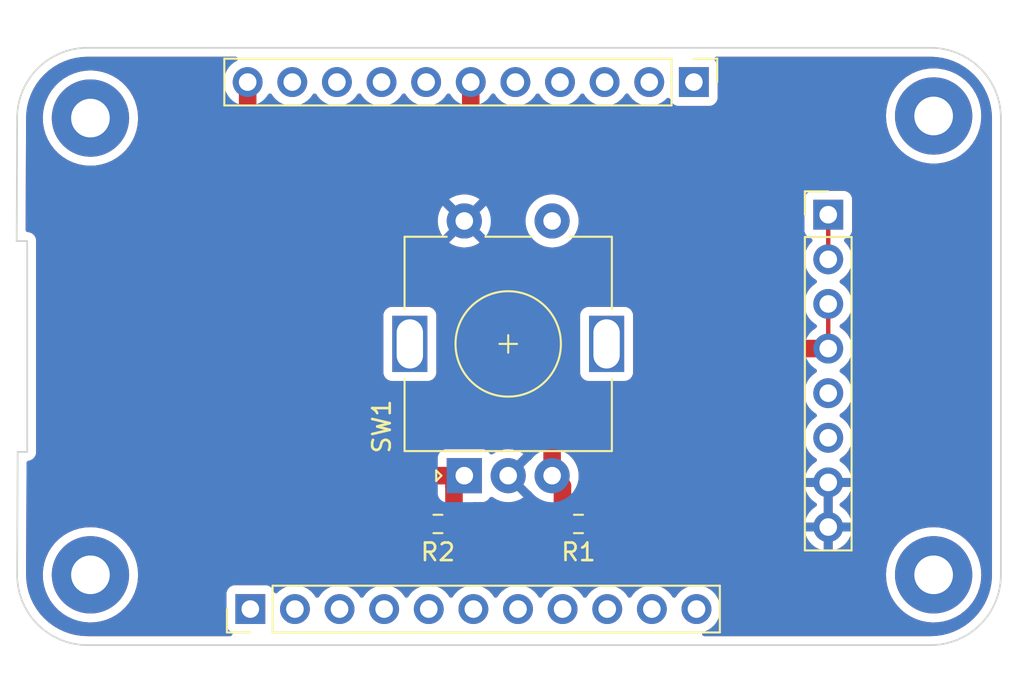
<source format=kicad_pcb>
(kicad_pcb (version 20211014) (generator pcbnew)
  (layers (0 "F.Cu" signal) (31 "B.Cu" signal) (34 "B.Paste" user) (35 "F.Paste" user) (36 "B.SilkS" user "B.Silkscreen") (37 "F.SilkS" user "F.Silkscreen") (38 "B.Mask" user) (39 "F.Mask" user) (44 "Edge.Cuts" user))
  (net 0 "")
  (net 1 "GND")
  (net 2 "/A0")
  (net 3 "/A1")
  (net 4 "/A2")
  (net 5 "VCC")
  (net 6 "/D1")
  (net 7 "/D0")
  (net 8 "/D2")
  (net 9 "/D7")
  (net 10 "/D14")
  (net 11 "/D15")
  (net 12 "/D16")
  (net 13 "/D17")
  (net 14 "/D11")
  (net 15 "/D3")
  (net 16 "/D4_A6")
  (net 17 "/D12_A10")
  (net 18 "/D6_A7")
  (net 19 "/D8")
  (net 20 "/D9_A8")
  (net 21 "/D10")
  (net 22 "/D5")
  (net 23 "/D13")
  (net 24 "/A3")
  (net 25 "/A4")
  (net 26 "/A5")
  (net 27 "+3V3")
  (footprint "Connector_PinHeader_2.54mm:PinHeader_1x11_P2.54mm_Vertical" (layer "F.Cu") (at 118.56798 50.84452 -90)
    (fp_text reference "J1")
    (fp_text value "Conn_01x11")
    (fp_line (start -1.33 0) (end -1.33 -1.33) (layer "F.SilkS") (width 0.12))
    (fp_line (start 1.33 1.27) (end 1.33 26.73) (layer "F.SilkS") (width 0.12))
    (fp_line (start -1.33 -1.33) (end 0 -1.33) (layer "F.SilkS") (width 0.12))
    (fp_line (start -1.33 1.27) (end 1.33 1.27) (layer "F.SilkS") (width 0.12))
    (fp_line (start -1.33 1.27) (end -1.33 26.73) (layer "F.SilkS") (width 0.12))
    (fp_line (start -1.33 26.73) (end 1.33 26.73) (layer "F.SilkS") (width 0.12))
    (pad "1" thru_hole rect locked (at 0 0 270) (size 1.7 1.7) (drill 1) (layers *.Cu *.Mask) (net 2 "/A0"))
    (pad "2" thru_hole oval locked (at 0 2.54 270) (size 1.7 1.7) (drill 1) (layers *.Cu *.Mask) (net 3 "/A1"))
    (pad "3" thru_hole oval locked (at 0 5.08 270) (size 1.7 1.7) (drill 1) (layers *.Cu *.Mask) (net 4 "/A2"))
    (pad "4" thru_hole oval locked (at 0 7.62 270) (size 1.7 1.7) (drill 1) (layers *.Cu *.Mask) (net 24 "/A3"))
    (pad "5" thru_hole oval locked (at 0 10.16 270) (size 1.7 1.7) (drill 1) (layers *.Cu *.Mask) (net 25 "/A4"))
    (pad "6" thru_hole oval locked (at 0 12.7 270) (size 1.7 1.7) (drill 1) (layers *.Cu *.Mask) (net 26 "/A5"))
    (pad "7" thru_hole oval locked (at 0 15.24 270) (size 1.7 1.7) (drill 1) (layers *.Cu *.Mask) (net 9 "/D7"))
    (pad "8" thru_hole oval locked (at 0 17.78 270) (size 1.7 1.7) (drill 1) (layers *.Cu *.Mask) (net 10 "/D14"))
    (pad "9" thru_hole oval locked (at 0 20.32 270) (size 1.7 1.7) (drill 1) (layers *.Cu *.Mask) (net 11 "/D15"))
    (pad "10" thru_hole oval locked (at 0 22.86 270) (size 1.7 1.7) (drill 1) (layers *.Cu *.Mask) (net 12 "/D16"))
    (pad "11" thru_hole oval locked (at 0 25.4 270) (size 1.7 1.7) (drill 1) (layers *.Cu *.Mask) (net 13 "/D17"))
  )
  (footprint "Rotary_Encoder:RotaryEncoder_Alps_EC11E-Switch_Vertical_H20mm" (layer "F.Cu") (at 105.5 73.25 90)
    (fp_text reference "SW1" (at 2.8 -4.7 90) (layer "F.SilkS"))
    (fp_text value "Rotary_Encoder_Switch")
    (fp_line (start 13.6 1.2) (end 13.6 3.8) (layer "F.SilkS") (width 0.12))
    (fp_line (start 7 2.5) (end 8 2.5) (layer "F.SilkS") (width 0.12))
    (fp_line (start 13.6 8.4) (end 9.5 8.4) (layer "F.SilkS") (width 0.12))
    (fp_line (start -0.3 -1.6) (end 0.3 -1.6) (layer "F.SilkS") (width 0.12))
    (fp_line (start 7.5 2) (end 7.5 3) (layer "F.SilkS") (width 0.12))
    (fp_line (start 9.5 -3.4) (end 13.6 -3.4) (layer "F.SilkS") (width 0.12))
    (fp_line (start 0 -1.3) (end -0.3 -1.6) (layer "F.SilkS") (width 0.12))
    (fp_line (start 5.5 -3.4) (end 1.4 -3.4) (layer "F.SilkS") (width 0.12))
    (fp_line (start 5.5 8.4) (end 1.4 8.4) (layer "F.SilkS") (width 0.12))
    (fp_line (start 0.3 -1.6) (end 0 -1.3) (layer "F.SilkS") (width 0.12))
    (fp_line (start 13.6 -3.4) (end 13.6 -1) (layer "F.SilkS") (width 0.12))
    (fp_line (start 13.6 6) (end 13.6 8.4) (layer "F.SilkS") (width 0.12))
    (fp_line (start 1.4 -3.4) (end 1.4 8.4) (layer "F.SilkS") (width 0.12))
    (fp_circle (center 7.5 2.5) (end 10.5 2.5) (layer "F.SilkS") (width 0.12) (fill none))
    (pad "A" thru_hole rect locked (at 0 0 90) (size 2 2) (drill 1) (layers *.Cu *.Mask) (net 13 "/D17"))
    (pad "B" thru_hole circle locked (at 0 5 90) (size 2 2) (drill 1) (layers *.Cu *.Mask) (net 26 "/A5"))
    (pad "C" thru_hole circle locked (at 0 2.5 90) (size 2 2) (drill 1) (layers *.Cu *.Mask) (net 1 "GND"))
    (pad "MP" thru_hole rect locked (at 7.5 8.1 90) (size 3.2 2) (drill oval 2.8 1.5) (layers *.Cu *.Mask))
    (pad "MP" thru_hole rect locked (at 7.5 -3.1 90) (size 3.2 2) (drill oval 2.8 1.5) (layers *.Cu *.Mask))
    (pad "S1" thru_hole circle locked (at 14.5 5 90) (size 2 2) (drill 1) (layers *.Cu *.Mask) (net 12 "/D16"))
    (pad "S2" thru_hole circle locked (at 14.5 0 90) (size 2 2) (drill 1) (layers *.Cu *.Mask) (net 1 "GND"))
  )
  (footprint "Connector_PinHeader_2.54mm:PinHeader_1x08_P2.54mm_Vertical" (layer "F.Cu") (at 126.21798 58.39452)
    (fp_text reference "J2")
    (fp_text value "Conn_01x08")
    (fp_line (start -1.33 0) (end -1.33 -1.33) (layer "F.SilkS") (width 0.12))
    (fp_line (start -1.33 -1.33) (end 0 -1.33) (layer "F.SilkS") (width 0.12))
    (fp_line (start 1.33 1.27) (end 1.33 19.11) (layer "F.SilkS") (width 0.12))
    (fp_line (start -1.33 1.27) (end 1.33 1.27) (layer "F.SilkS") (width 0.12))
    (fp_line (start -1.33 19.11) (end 1.33 19.11) (layer "F.SilkS") (width 0.12))
    (fp_line (start -1.33 1.27) (end -1.33 19.11) (layer "F.SilkS") (width 0.12))
    (pad "1" thru_hole rect locked (at 0 0) (size 1.7 1.7) (drill 1) (layers *.Cu *.Mask) (net 27 "+3V3"))
    (pad "2" thru_hole oval locked (at 0 2.54) (size 1.7 1.7) (drill 1) (layers *.Cu *.Mask) (net 27 "+3V3"))
    (pad "3" thru_hole oval locked (at 0 5.08) (size 1.7 1.7) (drill 1) (layers *.Cu *.Mask) (net 5 "VCC"))
    (pad "4" thru_hole oval locked (at 0 7.62) (size 1.7 1.7) (drill 1) (layers *.Cu *.Mask) (net 5 "VCC"))
    (pad "5" thru_hole oval locked (at 0 10.16) (size 1.7 1.7) (drill 1) (layers *.Cu *.Mask) (net 23 "/D13"))
    (pad "6" thru_hole oval locked (at 0 12.7) (size 1.7 1.7) (drill 1) (layers *.Cu *.Mask) (net 22 "/D5"))
    (pad "7" thru_hole oval locked (at 0 15.24) (size 1.7 1.7) (drill 1) (layers *.Cu *.Mask) (net 1 "GND"))
    (pad "8" thru_hole oval locked (at 0 17.78) (size 1.7 1.7) (drill 1) (layers *.Cu *.Mask) (net 1 "GND"))
  )
  (footprint "Resistor_SMD:R_0603_1608Metric_Pad0.98x0.95mm_HandSolder" (layer "F.Cu") (at 104 76)
    (fp_text reference "R2" (at 0 1.6) (layer "F.SilkS"))
    (fp_text value "10K")
    (fp_line (start -0.254724 0.5225) (end 0.254724 0.5225) (layer "F.SilkS") (width 0.12))
    (fp_line (start -0.254724 -0.5225) (end 0.254724 -0.5225) (layer "F.SilkS") (width 0.12))
    (pad "1" smd roundrect locked (at -0.9125 0) (size 0.975 0.95) (layers "F.Cu" "F.Paste" "F.Mask") (net 5 "VCC"))
    (pad "2" smd roundrect locked (at 0.9125 0) (size 0.975 0.95) (layers "F.Cu" "F.Paste" "F.Mask") (net 13 "/D17"))
  )
  (footprint "MountingHole:MountingHole_2.2mm_M2_Pad" (layer "F.Cu") (at 84.21798 78.89452)
    (fp_text reference "H3")
    (fp_text value "MountingHole")
    (pad "1" thru_hole circle locked (at 0 0) (size 4.4 4.4) (drill 2.2) (layers *.Cu *.Mask))
  )
  (footprint "Connector_PinHeader_2.54mm:PinHeader_1x11_P2.54mm_Vertical" (layer "F.Cu") (at 93.31798 80.84452 90)
    (fp_text reference "J3")
    (fp_text value "Conn_01x11")
    (fp_line (start -1.33 26.73) (end 1.33 26.73) (layer "F.SilkS") (width 0.12))
    (fp_line (start -1.33 0) (end -1.33 -1.33) (layer "F.SilkS") (width 0.12))
    (fp_line (start -1.33 1.27) (end -1.33 26.73) (layer "F.SilkS") (width 0.12))
    (fp_line (start 1.33 1.27) (end 1.33 26.73) (layer "F.SilkS") (width 0.12))
    (fp_line (start -1.33 1.27) (end 1.33 1.27) (layer "F.SilkS") (width 0.12))
    (fp_line (start -1.33 -1.33) (end 0 -1.33) (layer "F.SilkS") (width 0.12))
    (pad "1" thru_hole rect locked (at 0 0 90) (size 1.7 1.7) (drill 1) (layers *.Cu *.Mask) (net 14 "/D11"))
    (pad "2" thru_hole oval locked (at 0 2.54 90) (size 1.7 1.7) (drill 1) (layers *.Cu *.Mask) (net 15 "/D3"))
    (pad "3" thru_hole oval locked (at 0 5.08 90) (size 1.7 1.7) (drill 1) (layers *.Cu *.Mask) (net 8 "/D2"))
    (pad "4" thru_hole oval locked (at 0 7.62 90) (size 1.7 1.7) (drill 1) (layers *.Cu *.Mask) (net 6 "/D1"))
    (pad "5" thru_hole oval locked (at 0 10.16 90) (size 1.7 1.7) (drill 1) (layers *.Cu *.Mask) (net 7 "/D0"))
    (pad "6" thru_hole oval locked (at 0 12.7 90) (size 1.7 1.7) (drill 1) (layers *.Cu *.Mask) (net 16 "/D4_A6"))
    (pad "7" thru_hole oval locked (at 0 15.24 90) (size 1.7 1.7) (drill 1) (layers *.Cu *.Mask) (net 17 "/D12_A10"))
    (pad "8" thru_hole oval locked (at 0 17.78 90) (size 1.7 1.7) (drill 1) (layers *.Cu *.Mask) (net 18 "/D6_A7"))
    (pad "9" thru_hole oval locked (at 0 20.32 90) (size 1.7 1.7) (drill 1) (layers *.Cu *.Mask) (net 19 "/D8"))
    (pad "10" thru_hole oval locked (at 0 22.86 90) (size 1.7 1.7) (drill 1) (layers *.Cu *.Mask) (net 20 "/D9_A8"))
    (pad "11" thru_hole oval locked (at 0 25.4 90) (size 1.7 1.7) (drill 1) (layers *.Cu *.Mask) (net 21 "/D10"))
  )
  (footprint "MountingHole:MountingHole_2.2mm_M2_Pad" (layer "F.Cu") (at 132.21798 52.77452)
    (fp_text reference "H2")
    (fp_text value "MountingHole")
    (pad "1" thru_hole circle locked (at 0 0) (size 4.4 4.4) (drill 2.2) (layers *.Cu *.Mask))
  )
  (footprint "MountingHole:MountingHole_2.2mm_M2_Pad" (layer "F.Cu") (at 132.21798 78.89452)
    (fp_text reference "H4")
    (fp_text value "MountingHole")
    (pad "1" thru_hole circle locked (at 0 0) (size 4.4 4.4) (drill 2.2) (layers *.Cu *.Mask))
  )
  (footprint "Resistor_SMD:R_0603_1608Metric_Pad0.98x0.95mm_HandSolder" (layer "F.Cu") (at 112 76 180)
    (fp_text reference "R1" (at 0 -1.6) (layer "F.SilkS"))
    (fp_text value "10K")
    (fp_line (start -0.254724 -0.5225) (end 0.254724 -0.5225) (layer "F.SilkS") (width 0.12))
    (fp_line (start -0.254724 0.5225) (end 0.254724 0.5225) (layer "F.SilkS") (width 0.12))
    (pad "1" smd roundrect locked (at -0.9125 0 180) (size 0.975 0.95) (layers "F.Cu" "F.Paste" "F.Mask") (net 5 "VCC"))
    (pad "2" smd roundrect locked (at 0.9125 0 180) (size 0.975 0.95) (layers "F.Cu" "F.Paste" "F.Mask") (net 26 "/A5"))
  )
  (footprint "MountingHole:MountingHole_2.2mm_M2_Pad" (layer "F.Cu") (at 84.21798 52.89452)
    (fp_text reference "H1")
    (fp_text value "MountingHole")
    (pad "1" thru_hole circle locked (at 0 0) (size 4.4 4.4) (drill 2.2) (layers *.Cu *.Mask))
  )
  (gr_arc (start 80.046407 52.89452) (mid 81.21798 50.066093) (end 84.046407 48.89452) (layer "Edge.Cuts") (width 0.1))
  (gr_arc (start 136.046407 78.89452) (mid 134.874834 81.722947) (end 132.046407 82.89452) (layer "Edge.Cuts") (width 0.1))
  (gr_line (start 80.61798 59.89452) (end 80.01798 59.89452) (layer "Edge.Cuts") (width 0.1))
  (gr_line (start 80.046407 52.89452) (end 80.01798 59.89452) (layer "Edge.Cuts") (width 0.1))
  (gr_line (start 80.61798 71.89452) (end 80.61798 59.89452) (layer "Edge.Cuts") (width 0.1))
  (gr_line (start 132.046407 82.89452) (end 84.046407 82.89452) (layer "Edge.Cuts") (width 0.1))
  (gr_line (start 80.074834 71.89452) (end 80.046407 78.89452) (layer "Edge.Cuts") (width 0.1))
  (gr_arc (start 132.046407 48.89452) (mid 134.874834 50.066093) (end 136.046407 52.89452) (layer "Edge.Cuts") (width 0.1))
  (gr_line (start 136.046407 78.89452) (end 136.046407 52.89452) (layer "Edge.Cuts") (width 0.1))
  (gr_line (start 80.074834 71.89452) (end 80.61798 71.89452) (layer "Edge.Cuts") (width 0.1))
  (gr_arc (start 84.046407 82.89452) (mid 81.21798 81.722947) (end 80.046407 78.89452) (layer "Edge.Cuts") (width 0.1))
  (gr_line (start 132.046407 48.89452) (end 84.046407 48.89452) (layer "Edge.Cuts") (width 0.1))
  (segment (start 110.9125 78) (end 105.0875 78) (width 1) (layer "F.Cu") (net 5))
  (segment (start 112.9125 76) (end 110.9125 78) (width 1) (layer "F.Cu") (net 5))
  (segment (start 112.9125 76) (end 117 76) (width 1) (layer "F.Cu") (net 5))
  (segment (start 120 69) (end 122.98548 66.01452) (width 1) (layer "F.Cu") (net 5))
  (segment (start 117 76) (end 120 73) (width 1) (layer "F.Cu") (net 5))
  (segment (start 122.98548 66.01452) (end 126.21798 66.01452) (width 1) (layer "F.Cu") (net 5))
  (segment (start 120 73) (end 120 69) (width 1) (layer "F.Cu") (net 5))
  (segment (start 126.21798 63.47452) (end 126.21798 66.01452) (width 0.25) (layer "F.Cu") (net 5))
  (segment (start 105.0875 78) (end 103.0875 76) (width 1) (layer "F.Cu") (net 5))
  (segment (start 104.9125 73.8375) (end 105.5 73.25) (width 1) (layer "F.Cu") (net 13))
  (segment (start 105.5 73.25) (end 97.25 73.25) (width 1) (layer "F.Cu") (net 13))
  (segment (start 104.9125 76) (end 104.9125 73.8375) (width 1) (layer "F.Cu") (net 13))
  (segment (start 93.16798 69.16798) (end 93.16798 50.84452) (width 1) (layer "F.Cu") (net 13))
  (segment (start 97.25 73.25) (end 93.16798 69.16798) (width 1) (layer "F.Cu") (net 13))
  (segment (start 105.86798 50.84452) (end 105.86798 53.86798) (width 1) (layer "F.Cu") (net 26))
  (segment (start 108 56) (end 108 66) (width 1) (layer "F.Cu") (net 26))
  (segment (start 111.0875 76) (end 111.0875 73.8375) (width 1) (layer "F.Cu") (net 26))
  (segment (start 110.5 68.5) (end 110.5 73.25) (width 1) (layer "F.Cu") (net 26))
  (segment (start 111.0875 73.8375) (end 110.5 73.25) (width 1) (layer "F.Cu") (net 26))
  (segment (start 105.86798 53.86798) (end 108 56) (width 1) (layer "F.Cu") (net 26))
  (segment (start 108 66) (end 110.5 68.5) (width 1) (layer "F.Cu") (net 26))
  (segment (start 126.21798 60.93452) (end 126.21798 58.39452) (width 0.25) (layer "F.Cu") (net 27))
  (zone (net 1) (net_name "GND") (layers F&B.Cu) (connect_pads (clearance 0.508)) (min_thickness 0.254) (fill yes (thermal_gap 0.508) (thermal_bridge_width 0.508))
    (polygon (pts (xy 136.21798 82.89452) (xy 80.01798 82.89452) (xy 80.11798 48.89452) (xy 136.21798 48.89452)))
  )
)
</source>
